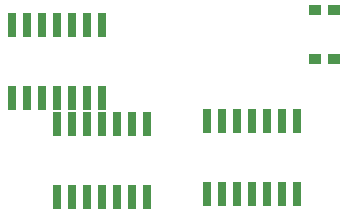
<source format=gbr>
G04 EAGLE Gerber X2 export*
%TF.Part,Single*%
%TF.FileFunction,Paste,Bot*%
%TF.FilePolarity,Positive*%
%TF.GenerationSoftware,Autodesk,EAGLE,8.7.0*%
%TF.CreationDate,2021-03-05T05:17:05Z*%
G75*
%MOMM*%
%FSLAX34Y34*%
%LPD*%
%AMOC8*
5,1,8,0,0,1.08239X$1,22.5*%
G01*
%ADD10R,0.660400X2.032000*%
%ADD11R,1.000000X0.900000*%


D10*
X200660Y78486D03*
X200660Y139954D03*
X187960Y78486D03*
X175260Y78486D03*
X187960Y139954D03*
X175260Y139954D03*
X162560Y78486D03*
X162560Y139954D03*
X149860Y78486D03*
X137160Y78486D03*
X149860Y139954D03*
X137160Y139954D03*
X124460Y78486D03*
X124460Y139954D03*
X327660Y81026D03*
X327660Y142494D03*
X314960Y81026D03*
X302260Y81026D03*
X314960Y142494D03*
X302260Y142494D03*
X289560Y81026D03*
X289560Y142494D03*
X276860Y81026D03*
X264160Y81026D03*
X276860Y142494D03*
X264160Y142494D03*
X251460Y81026D03*
X251460Y142494D03*
X162560Y162306D03*
X162560Y223774D03*
X149860Y162306D03*
X137160Y162306D03*
X149860Y223774D03*
X137160Y223774D03*
X124460Y162306D03*
X124460Y223774D03*
X111760Y162306D03*
X99060Y162306D03*
X111760Y223774D03*
X99060Y223774D03*
X86360Y162306D03*
X86360Y223774D03*
D11*
X358520Y236400D03*
X342520Y236400D03*
X342520Y195400D03*
X358520Y195400D03*
M02*

</source>
